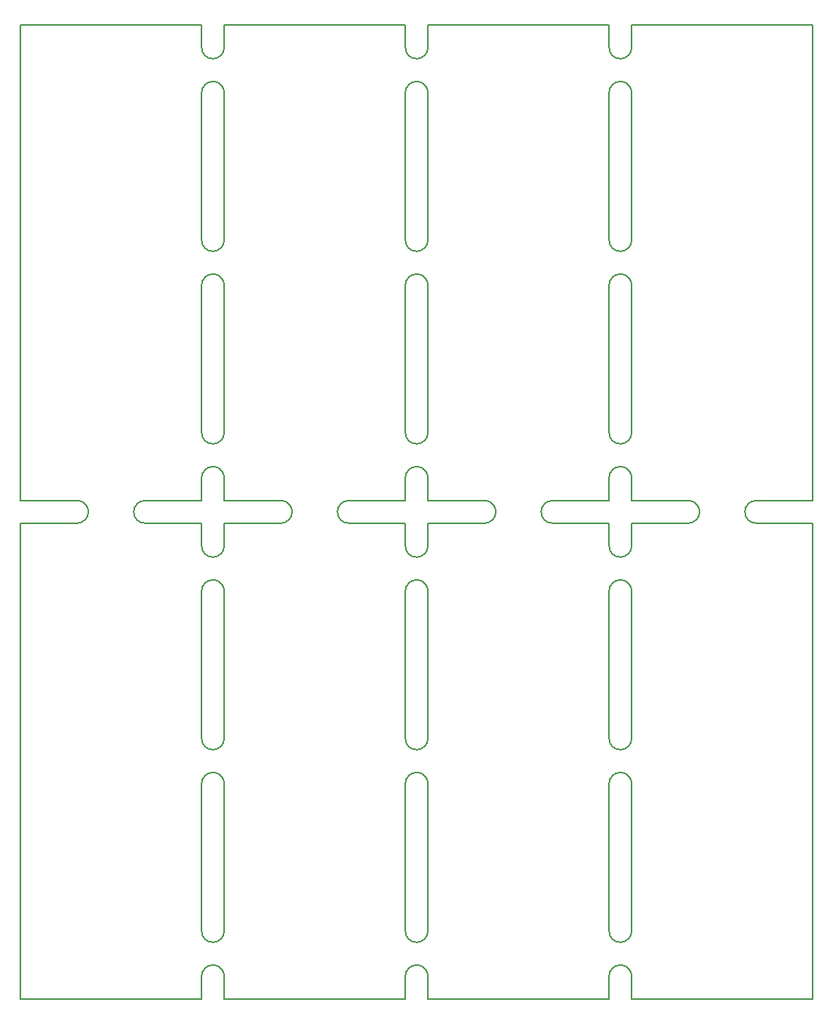
<source format=gbr>
G04 #@! TF.FileFunction,Profile,NP*
%FSLAX46Y46*%
G04 Gerber Fmt 4.6, Leading zero omitted, Abs format (unit mm)*
G04 Created by KiCad (PCBNEW 4.0.7) date 04/07/18 13:13:02*
%MOMM*%
%LPD*%
G01*
G04 APERTURE LIST*
%ADD10C,0.100000*%
%ADD11C,0.150000*%
G04 APERTURE END LIST*
D10*
D11*
X110490000Y-74930000D02*
X104140000Y-74930000D01*
X104140000Y-72390000D02*
X110490000Y-72390000D01*
X96520000Y-72390000D02*
X90170000Y-72390000D01*
X90170000Y-74930000D02*
X96520000Y-74930000D01*
X81280000Y-74930000D02*
X87630000Y-74930000D01*
X87630000Y-72390000D02*
X81280000Y-72390000D01*
X73660000Y-72390000D02*
X67310000Y-72390000D01*
X67310000Y-74930000D02*
X73660000Y-74930000D01*
X58420000Y-74930000D02*
X64770000Y-74930000D01*
X64770000Y-72390000D02*
X58420000Y-72390000D01*
X50800000Y-74930000D02*
X44450000Y-74930000D01*
X44450000Y-72390000D02*
X50800000Y-72390000D01*
X41910000Y-74930000D02*
X35560000Y-74930000D01*
X35560000Y-72390000D02*
X41910000Y-72390000D01*
X21590000Y-74930000D02*
X27940000Y-74930000D01*
X27940000Y-72390000D02*
X21590000Y-72390000D01*
X104140000Y-72390000D02*
G75*
G03X102870000Y-73660000I0J-1270000D01*
G01*
X102870000Y-73660000D02*
G75*
G03X104140000Y-74930000I1270000J0D01*
G01*
X96520000Y-74930000D02*
G75*
G03X97790000Y-73660000I0J1270000D01*
G01*
X97790000Y-73660000D02*
G75*
G03X96520000Y-72390000I-1270000J0D01*
G01*
X81280000Y-72390000D02*
G75*
G03X80010000Y-73660000I0J-1270000D01*
G01*
X80010000Y-73660000D02*
G75*
G03X81280000Y-74930000I1270000J0D01*
G01*
X73660000Y-74930000D02*
G75*
G03X74930000Y-73660000I0J1270000D01*
G01*
X74930000Y-73660000D02*
G75*
G03X73660000Y-72390000I-1270000J0D01*
G01*
X58420000Y-72390000D02*
G75*
G03X57150000Y-73660000I0J-1270000D01*
G01*
X57150000Y-73660000D02*
G75*
G03X58420000Y-74930000I1270000J0D01*
G01*
X50800000Y-74930000D02*
G75*
G03X52070000Y-73660000I0J1270000D01*
G01*
X52070000Y-73660000D02*
G75*
G03X50800000Y-72390000I-1270000J0D01*
G01*
X34290000Y-73660000D02*
G75*
G03X35560000Y-74930000I1270000J0D01*
G01*
X35560000Y-72390000D02*
G75*
G03X34290000Y-73660000I0J-1270000D01*
G01*
X27940000Y-74930000D02*
G75*
G03X29210000Y-73660000I0J1270000D01*
G01*
X29210000Y-73660000D02*
G75*
G03X27940000Y-72390000I-1270000J0D01*
G01*
X110490000Y-74930000D02*
X110490000Y-128270000D01*
X110490000Y-128270000D02*
X90170000Y-128270000D01*
X87630000Y-128270000D02*
X67310000Y-128270000D01*
X64770000Y-128270000D02*
X44450000Y-128270000D01*
X44450000Y-74930000D02*
X44450000Y-77470000D01*
X43180000Y-78740000D02*
G75*
G03X44450000Y-77470000I0J1270000D01*
G01*
X41910000Y-77470000D02*
G75*
G03X43180000Y-78740000I1270000J0D01*
G01*
X43180000Y-81280000D02*
G75*
G03X41910000Y-82550000I0J-1270000D01*
G01*
X44450000Y-82550000D02*
G75*
G03X43180000Y-81280000I-1270000J0D01*
G01*
X44450000Y-128270000D02*
X44450000Y-125730000D01*
X44450000Y-125730000D02*
G75*
G03X43180000Y-124460000I-1270000J0D01*
G01*
X43180000Y-124460000D02*
G75*
G03X41910000Y-125730000I0J-1270000D01*
G01*
X43180000Y-121920000D02*
G75*
G03X44450000Y-120650000I0J1270000D01*
G01*
X41910000Y-120650000D02*
G75*
G03X43180000Y-121920000I1270000J0D01*
G01*
X67310000Y-125730000D02*
G75*
G03X66040000Y-124460000I-1270000J0D01*
G01*
X66040000Y-124460000D02*
G75*
G03X64770000Y-125730000I0J-1270000D01*
G01*
X90170000Y-125730000D02*
G75*
G03X88900000Y-124460000I-1270000J0D01*
G01*
X88900000Y-124460000D02*
G75*
G03X87630000Y-125730000I0J-1270000D01*
G01*
X90170000Y-125730000D02*
X90170000Y-128270000D01*
X87630000Y-125730000D02*
X87630000Y-128270000D01*
X64770000Y-125730000D02*
X64770000Y-128270000D01*
X67310000Y-125730000D02*
X67310000Y-128270000D01*
X66040000Y-78740000D02*
G75*
G03X67310000Y-77470000I0J1270000D01*
G01*
X64770000Y-77470000D02*
G75*
G03X66040000Y-78740000I1270000J0D01*
G01*
X87630000Y-77470000D02*
G75*
G03X88900000Y-78740000I1270000J0D01*
G01*
X88900000Y-78740000D02*
G75*
G03X90170000Y-77470000I0J1270000D01*
G01*
X90170000Y-77470000D02*
X90170000Y-74930000D01*
X87630000Y-77470000D02*
X87630000Y-74930000D01*
X64770000Y-74930000D02*
X64770000Y-77470000D01*
X67310000Y-77470000D02*
X67310000Y-74930000D01*
X66040000Y-81280000D02*
G75*
G03X64770000Y-82550000I0J-1270000D01*
G01*
X67310000Y-82550000D02*
G75*
G03X66040000Y-81280000I-1270000J0D01*
G01*
X88900000Y-81280000D02*
G75*
G03X87630000Y-82550000I0J-1270000D01*
G01*
X90170000Y-82550000D02*
G75*
G03X88900000Y-81280000I-1270000J0D01*
G01*
X64770000Y-120650000D02*
G75*
G03X66040000Y-121920000I1270000J0D01*
G01*
X66040000Y-121920000D02*
G75*
G03X67310000Y-120650000I0J1270000D01*
G01*
X87630000Y-120650000D02*
G75*
G03X88900000Y-121920000I1270000J0D01*
G01*
X88900000Y-121920000D02*
G75*
G03X90170000Y-120650000I0J1270000D01*
G01*
X43180000Y-100330000D02*
G75*
G03X44450000Y-99060000I0J1270000D01*
G01*
X41910000Y-99060000D02*
G75*
G03X43180000Y-100330000I1270000J0D01*
G01*
X43180000Y-102870000D02*
G75*
G03X41910000Y-104140000I0J-1270000D01*
G01*
X44450000Y-104140000D02*
G75*
G03X43180000Y-102870000I-1270000J0D01*
G01*
X66040000Y-100330000D02*
G75*
G03X67310000Y-99060000I0J1270000D01*
G01*
X64770000Y-99060000D02*
G75*
G03X66040000Y-100330000I1270000J0D01*
G01*
X66040000Y-102870000D02*
G75*
G03X64770000Y-104140000I0J-1270000D01*
G01*
X67310000Y-104140000D02*
G75*
G03X66040000Y-102870000I-1270000J0D01*
G01*
X87630000Y-99060000D02*
G75*
G03X88900000Y-100330000I1270000J0D01*
G01*
X88900000Y-100330000D02*
G75*
G03X90170000Y-99060000I0J1270000D01*
G01*
X88900000Y-102870000D02*
G75*
G03X87630000Y-104140000I0J-1270000D01*
G01*
X90170000Y-104140000D02*
G75*
G03X88900000Y-102870000I-1270000J0D01*
G01*
X90170000Y-99060000D02*
X90170000Y-82550000D01*
X87630000Y-82550000D02*
X87630000Y-99060000D01*
X87630000Y-104140000D02*
X87630000Y-120650000D01*
X90170000Y-120650000D02*
X90170000Y-104140000D01*
X64770000Y-120650000D02*
X64770000Y-104140000D01*
X67310000Y-104140000D02*
X67310000Y-120650000D01*
X67310000Y-99060000D02*
X67310000Y-82550000D01*
X64770000Y-82550000D02*
X64770000Y-99060000D01*
X41910000Y-99060000D02*
X41910000Y-82550000D01*
X44450000Y-82550000D02*
X44450000Y-99060000D01*
X41910000Y-120650000D02*
X41910000Y-104140000D01*
X44450000Y-104140000D02*
X44450000Y-120650000D01*
X41910000Y-77470000D02*
X41910000Y-74930000D01*
X21590000Y-74930000D02*
X21590000Y-128270000D01*
X21590000Y-128270000D02*
X41910000Y-128270000D01*
X41910000Y-128270000D02*
X41910000Y-125730000D01*
X41910000Y-72390000D02*
X41910000Y-69850000D01*
X21590000Y-19050000D02*
X21590000Y-72390000D01*
X41910000Y-19050000D02*
X21590000Y-19050000D01*
X41910000Y-21590000D02*
X41910000Y-19050000D01*
X44450000Y-48260000D02*
X44450000Y-64770000D01*
X41910000Y-64770000D02*
X41910000Y-48260000D01*
X44450000Y-26670000D02*
X44450000Y-43180000D01*
X41910000Y-43180000D02*
X41910000Y-26670000D01*
X64770000Y-26670000D02*
X64770000Y-43180000D01*
X67310000Y-43180000D02*
X67310000Y-26670000D01*
X67310000Y-48260000D02*
X67310000Y-64770000D01*
X64770000Y-64770000D02*
X64770000Y-48260000D01*
X90170000Y-64770000D02*
X90170000Y-48260000D01*
X87630000Y-48260000D02*
X87630000Y-64770000D01*
X87630000Y-26670000D02*
X87630000Y-43180000D01*
X90170000Y-43180000D02*
X90170000Y-26670000D01*
X90170000Y-48260000D02*
G75*
G03X88900000Y-46990000I-1270000J0D01*
G01*
X88900000Y-46990000D02*
G75*
G03X87630000Y-48260000I0J-1270000D01*
G01*
X88900000Y-44450000D02*
G75*
G03X90170000Y-43180000I0J1270000D01*
G01*
X87630000Y-43180000D02*
G75*
G03X88900000Y-44450000I1270000J0D01*
G01*
X67310000Y-48260000D02*
G75*
G03X66040000Y-46990000I-1270000J0D01*
G01*
X66040000Y-46990000D02*
G75*
G03X64770000Y-48260000I0J-1270000D01*
G01*
X64770000Y-43180000D02*
G75*
G03X66040000Y-44450000I1270000J0D01*
G01*
X66040000Y-44450000D02*
G75*
G03X67310000Y-43180000I0J1270000D01*
G01*
X44450000Y-48260000D02*
G75*
G03X43180000Y-46990000I-1270000J0D01*
G01*
X43180000Y-46990000D02*
G75*
G03X41910000Y-48260000I0J-1270000D01*
G01*
X41910000Y-43180000D02*
G75*
G03X43180000Y-44450000I1270000J0D01*
G01*
X43180000Y-44450000D02*
G75*
G03X44450000Y-43180000I0J1270000D01*
G01*
X88900000Y-66040000D02*
G75*
G03X90170000Y-64770000I0J1270000D01*
G01*
X87630000Y-64770000D02*
G75*
G03X88900000Y-66040000I1270000J0D01*
G01*
X66040000Y-66040000D02*
G75*
G03X67310000Y-64770000I0J1270000D01*
G01*
X64770000Y-64770000D02*
G75*
G03X66040000Y-66040000I1270000J0D01*
G01*
X90170000Y-26670000D02*
G75*
G03X88900000Y-25400000I-1270000J0D01*
G01*
X88900000Y-25400000D02*
G75*
G03X87630000Y-26670000I0J-1270000D01*
G01*
X67310000Y-26670000D02*
G75*
G03X66040000Y-25400000I-1270000J0D01*
G01*
X66040000Y-25400000D02*
G75*
G03X64770000Y-26670000I0J-1270000D01*
G01*
X67310000Y-21590000D02*
X67310000Y-19050000D01*
X64770000Y-19050000D02*
X64770000Y-21590000D01*
X87630000Y-21590000D02*
X87630000Y-19050000D01*
X90170000Y-21590000D02*
X90170000Y-19050000D01*
X88900000Y-22860000D02*
G75*
G03X90170000Y-21590000I0J1270000D01*
G01*
X87630000Y-21590000D02*
G75*
G03X88900000Y-22860000I1270000J0D01*
G01*
X64770000Y-21590000D02*
G75*
G03X66040000Y-22860000I1270000J0D01*
G01*
X66040000Y-22860000D02*
G75*
G03X67310000Y-21590000I0J1270000D01*
G01*
X67310000Y-69850000D02*
X67310000Y-72390000D01*
X64770000Y-69850000D02*
X64770000Y-72390000D01*
X87630000Y-69850000D02*
X87630000Y-72390000D01*
X90170000Y-69850000D02*
X90170000Y-72390000D01*
X88900000Y-68580000D02*
G75*
G03X87630000Y-69850000I0J-1270000D01*
G01*
X90170000Y-69850000D02*
G75*
G03X88900000Y-68580000I-1270000J0D01*
G01*
X66040000Y-68580000D02*
G75*
G03X64770000Y-69850000I0J-1270000D01*
G01*
X67310000Y-69850000D02*
G75*
G03X66040000Y-68580000I-1270000J0D01*
G01*
X41910000Y-64770000D02*
G75*
G03X43180000Y-66040000I1270000J0D01*
G01*
X43180000Y-66040000D02*
G75*
G03X44450000Y-64770000I0J1270000D01*
G01*
X43180000Y-68580000D02*
G75*
G03X41910000Y-69850000I0J-1270000D01*
G01*
X44450000Y-69850000D02*
G75*
G03X43180000Y-68580000I-1270000J0D01*
G01*
X44450000Y-72390000D02*
X44450000Y-69850000D01*
X44450000Y-26670000D02*
G75*
G03X43180000Y-25400000I-1270000J0D01*
G01*
X43180000Y-25400000D02*
G75*
G03X41910000Y-26670000I0J-1270000D01*
G01*
X41910000Y-21590000D02*
G75*
G03X43180000Y-22860000I1270000J0D01*
G01*
X43180000Y-22860000D02*
G75*
G03X44450000Y-21590000I0J1270000D01*
G01*
X44450000Y-19050000D02*
X44450000Y-21590000D01*
X44450000Y-19050000D02*
X64770000Y-19050000D01*
X67310000Y-19050000D02*
X87630000Y-19050000D01*
X110490000Y-19050000D02*
X110490000Y-72390000D01*
X90170000Y-19050000D02*
X110490000Y-19050000D01*
M02*

</source>
